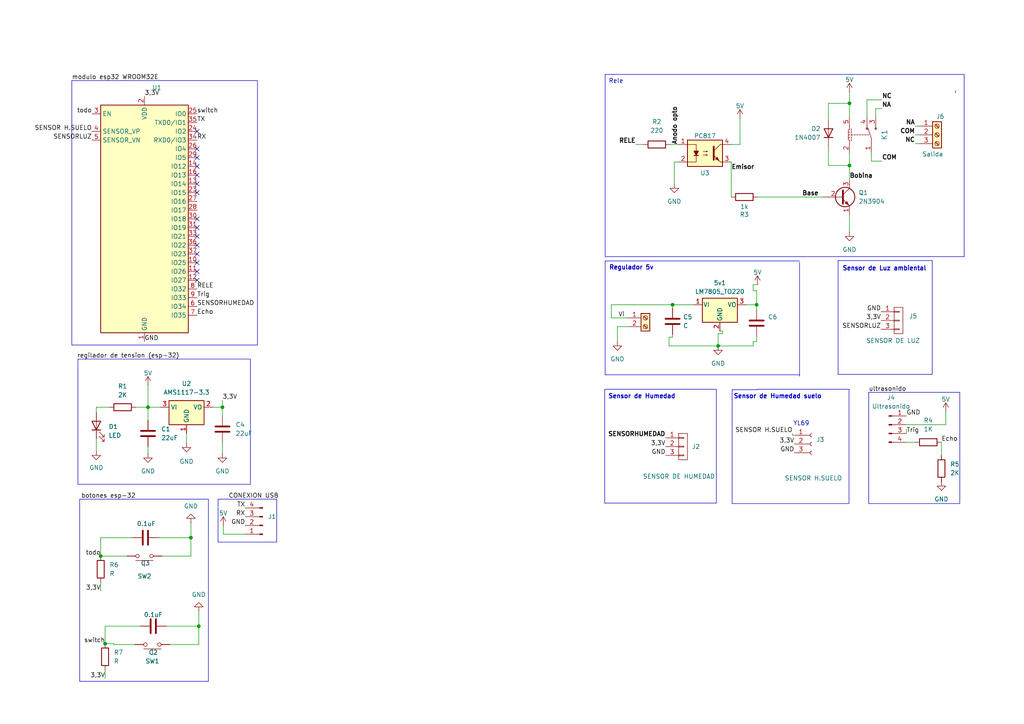
<source format=kicad_sch>
(kicad_sch (version 20231120) (generator "eeschema") (generator_version "8.0")
  (paper "A4")
  (lib_symbols
    (symbol "Connector:Conn_01x03_Socket" (pin_names (offset 1.016) hide)
      (property "Reference" "J" (at 0 5.08 0))
      (property "Value" "Conn_01x03_Socket" (at 0 -5.08 0))
      (symbol "Conn_01x03_Socket_1_1"
        (arc (start 0 -2.032) (mid -0.5058 -2.54) (end 0 -3.048) (stroke (width 0.1524)))
        (polyline (pts (xy -1.27 -2.54) (xy -0.508 -2.54)) (stroke (width 0.1524)))
        (polyline (pts (xy -1.27 0) (xy -0.508 0)) (stroke (width 0.1524)))
        (polyline (pts (xy -1.27 2.54) (xy -0.508 2.54)) (stroke (width 0.1524)))
        (arc (start 0 0.508) (mid -0.5058 0) (end 0 -0.508) (stroke (width 0.1524)))
        (arc (start 0 3.048) (mid -0.5058 2.54) (end 0 2.032) (stroke (width 0.1524)))
        (pin passive line (at -5.08 2.54 0) (length 3.81) (name "Pin_1") (number "1"))
        (pin passive line (at -5.08 0 0) (length 3.81) (name "Pin_2") (number "2"))
        (pin passive line (at -5.08 -2.54 0) (length 3.81) (name "Pin_3") (number "3"))
      )
    )
    (symbol "Connector:Conn_01x04_Pin" (pin_names (offset 1.016) hide)
      (property "Reference" "J" (at 0 5.08 0))
      (property "Value" "Conn_01x04_Pin" (at 0 -7.62 0))
      (symbol "Conn_01x04_Pin_1_1"
        (polyline (pts (xy 1.27 -5.08) (xy 0.8636 -5.08)) (stroke (width 0.1524)))
        (polyline (pts (xy 1.27 -2.54) (xy 0.8636 -2.54)) (stroke (width 0.1524)))
        (polyline (pts (xy 1.27 0) (xy 0.8636 0)) (stroke (width 0.1524)))
        (polyline (pts (xy 1.27 2.54) (xy 0.8636 2.54)) (stroke (width 0.1524)))
        (rectangle (start 0.8636 -4.953) (end 0 -5.207) (stroke (width 0.1524)) (fill (type outline)))
        (rectangle (start 0.8636 -2.413) (end 0 -2.667) (stroke (width 0.1524)) (fill (type outline)))
        (rectangle (start 0.8636 0.127) (end 0 -0.127) (stroke (width 0.1524)) (fill (type outline)))
        (rectangle (start 0.8636 2.667) (end 0 2.413) (stroke (width 0.1524)) (fill (type outline)))
        (pin passive line (at 5.08 2.54 180) (length 3.81) (name "Pin_1") (number "1"))
        (pin passive line (at 5.08 0 180) (length 3.81) (name "Pin_2") (number "2"))
        (pin passive line (at 5.08 -2.54 180) (length 3.81) (name "Pin_3") (number "3"))
        (pin passive line (at 5.08 -5.08 180) (length 3.81) (name "Pin_4") (number "4"))
      )
    )
    (symbol "Connector:Screw_Terminal_01x02" (pin_names (offset 1.016) hide)
      (property "Reference" "J" (at 0 2.54 0))
      (property "Value" "Screw_Terminal_01x02" (at 0 -5.08 0))
      (symbol "Screw_Terminal_01x02_1_1"
        (rectangle (start -1.27 1.27) (end 1.27 -3.81) (stroke (width 0.254)) (fill (type background)))
        (circle (center 0 -2.54) (radius 0.635) (stroke (width 0.1524)))
        (polyline (pts (xy -0.5334 -2.2098) (xy 0.3302 -3.048)) (stroke (width 0.1524)))
        (polyline (pts (xy -0.5334 0.3302) (xy 0.3302 -0.508)) (stroke (width 0.1524)))
        (polyline (pts (xy -0.3556 -2.032) (xy 0.508 -2.8702)) (stroke (width 0.1524)))
        (polyline (pts (xy -0.3556 0.508) (xy 0.508 -0.3302)) (stroke (width 0.1524)))
        (circle (center 0 0) (radius 0.635) (stroke (width 0.1524)))
        (pin passive line (at -5.08 0 0) (length 3.81) (name "Pin_1") (number "1"))
        (pin passive line (at -5.08 -2.54 0) (length 3.81) (name "Pin_2") (number "2"))
      )
    )
    (symbol "Connector:Screw_Terminal_01x03" (pin_names (offset 1.016) hide)
      (property "Reference" "J" (at 0 5.08 0))
      (property "Value" "Screw_Terminal_01x03" (at 0 -5.08 0))
      (symbol "Screw_Terminal_01x03_1_1"
        (rectangle (start -1.27 3.81) (end 1.27 -3.81) (stroke (width 0.254)) (fill (type background)))
        (circle (center 0 -2.54) (radius 0.635) (stroke (width 0.1524)))
        (polyline (pts (xy -0.5334 -2.2098) (xy 0.3302 -3.048)) (stroke (width 0.1524)))
        (polyline (pts (xy -0.5334 0.3302) (xy 0.3302 -0.508)) (stroke (width 0.1524)))
        (polyline (pts (xy -0.5334 2.8702) (xy 0.3302 2.032)) (stroke (width 0.1524)))
        (polyline (pts (xy -0.3556 -2.032) (xy 0.508 -2.8702)) (stroke (width 0.1524)))
        (polyline (pts (xy -0.3556 0.508) (xy 0.508 -0.3302)) (stroke (width 0.1524)))
        (polyline (pts (xy -0.3556 3.048) (xy 0.508 2.2098)) (stroke (width 0.1524)))
        (circle (center 0 0) (radius 0.635) (stroke (width 0.1524)))
        (circle (center 0 2.54) (radius 0.635) (stroke (width 0.1524)))
        (pin passive line (at -5.08 2.54 0) (length 3.81) (name "Pin_1") (number "1"))
        (pin passive line (at -5.08 0 0) (length 3.81) (name "Pin_2") (number "2"))
        (pin passive line (at -5.08 -2.54 0) (length 3.81) (name "Pin_3") (number "3"))
      )
    )
    (symbol "Device:C" (pin_numbers hide) (pin_names (offset 0.254))
      (property "Reference" "C" (at 0.635 2.54 0))
      (property "Value" "C" (at 0.635 -2.54 0))
      (symbol "C_0_1"
        (polyline (pts (xy -2.032 -0.762) (xy 2.032 -0.762)) (stroke (width 0.508)))
        (polyline (pts (xy -2.032 0.762) (xy 2.032 0.762)) (stroke (width 0.508)))
      )
      (symbol "C_1_1"
        (pin passive line (at 0 3.81 270) (length 2.794) (name "~") (number "1"))
        (pin passive line (at 0 -3.81 90) (length 2.794) (name "~") (number "2"))
      )
    )
    (symbol "Device:LED" (pin_numbers hide) (pin_names (offset 1.016) hide)
      (property "Reference" "D" (at 0 2.54 0))
      (property "Value" "LED" (at 0 -2.54 0))
      (symbol "LED_0_1"
        (polyline (pts (xy -1.27 -1.27) (xy -1.27 1.27)) (stroke (width 0.254)))
        (polyline (pts (xy -1.27 0) (xy 1.27 0)))
        (polyline (pts (xy 1.27 -1.27) (xy 1.27 1.27) (xy -1.27 0) (xy 1.27 -1.27)) (stroke (width 0.254)))
        (polyline (pts (xy -3.048 -0.762) (xy -4.572 -2.286) (xy -3.81 -2.286) (xy -4.572 -2.286) (xy -4.572 -1.524)))
        (polyline (pts (xy -1.778 -0.762) (xy -3.302 -2.286) (xy -2.54 -2.286) (xy -3.302 -2.286) (xy -3.302 -1.524)))
      )
      (symbol "LED_1_1"
        (pin passive line (at -3.81 0 0) (length 2.54) (name "K") (number "1"))
        (pin passive line (at 3.81 0 180) (length 2.54) (name "A") (number "2"))
      )
    )
    (symbol "Device:R" (pin_numbers hide) (pin_names (offset 0))
      (property "Reference" "R" (at 2.032 0 90))
      (property "Value" "R" (at 0 0 90))
      (symbol "R_0_1"
        (rectangle (start -1.016 -2.54) (end 1.016 2.54) (stroke (width 0.254)))
      )
      (symbol "R_1_1"
        (pin passive line (at 0 3.81 270) (length 1.27) (name "~") (number "1"))
        (pin passive line (at 0 -3.81 90) (length 1.27) (name "~") (number "2"))
      )
    )
    (symbol "Diode:1N4007" (pin_numbers hide) (pin_names hide)
      (property "Reference" "D" (at 0 2.54 0))
      (property "Value" "1N4007" (at 0 -2.54 0))
      (symbol "1N4007_0_1"
        (polyline (pts (xy -1.27 1.27) (xy -1.27 -1.27)) (stroke (width 0.254)))
        (polyline (pts (xy 1.27 0) (xy -1.27 0)))
        (polyline (pts (xy 1.27 1.27) (xy 1.27 -1.27) (xy -1.27 0) (xy 1.27 1.27)) (stroke (width 0.254)))
      )
      (symbol "1N4007_1_1"
        (pin passive line (at -3.81 0 0) (length 2.54) (name "K") (number "1"))
        (pin passive line (at 3.81 0 180) (length 2.54) (name "A") (number "2"))
      )
    )
    (symbol "EESTN5:CONN_01X03" (pin_names (offset 1.016) hide)
      (property "Reference" "J" (at 0 5.08 0))
      (property "Value" "CONN_01X03" (at 2.54 0 90))
      (symbol "CONN_01X03_0_1"
        (rectangle (start -1.27 -2.413) (end 0.254 -2.667))
        (rectangle (start -1.27 0.127) (end 0.254 -0.127))
        (rectangle (start -1.27 2.667) (end 0.254 2.413))
        (rectangle (start -1.27 3.81) (end 1.27 -3.81))
      )
      (symbol "CONN_01X03_1_1"
        (pin passive line (at -5.08 2.54 0) (length 3.81) (name "P1") (number "1"))
        (pin passive line (at -5.08 0 0) (length 3.81) (name "P2") (number "2"))
        (pin passive line (at -5.08 -2.54 0) (length 3.81) (name "P3") (number "3"))
      )
    )
    (symbol "EESTN5:Conn_01X03" (pin_names (offset 1.016) hide)
      (property "Reference" "J" (at 0 5.08 0))
      (property "Value" "Conn_01X03" (at 0 -5.08 0))
      (symbol "Conn_01X03_0_1"
        (rectangle (start -1.27 -2.413) (end 0.254 -2.667))
        (rectangle (start -1.27 0.127) (end 0.254 -0.127))
        (rectangle (start -1.27 2.667) (end 0.254 2.413))
        (rectangle (start -1.27 3.81) (end 1.27 -3.81))
      )
      (symbol "Conn_01X03_1_1"
        (pin passive line (at -5.08 2.54 0) (length 3.81) (name "P1") (number "1"))
        (pin passive line (at -5.08 0 0) (length 3.81) (name "P2") (number "2"))
        (pin passive line (at -5.08 -2.54 0) (length 3.81) (name "P3") (number "3"))
      )
    )
    (symbol "EESTN5:PC817" (pin_names (offset 1.016))
      (property "Reference" "U" (at -5.08 5.08 0))
      (property "Value" "PC817" (at 0 5.08 0))
      (symbol "PC817_0_1"
        (rectangle (start -5.08 3.81) (end 5.08 -3.81) (stroke (width 0.254)) (fill (type background)))
        (polyline (pts (xy -3.175 -0.635) (xy -1.905 -0.635)) (stroke (width 0.254)))
        (polyline (pts (xy 2.54 0.635) (xy 4.445 2.54)))
        (polyline (pts (xy 4.445 -2.54) (xy 2.54 -0.635)) (fill (type outline)))
        (polyline (pts (xy 4.445 -2.54) (xy 5.08 -2.54)))
        (polyline (pts (xy 4.445 2.54) (xy 5.08 2.54)))
        (polyline (pts (xy -5.08 2.54) (xy -2.54 2.54) (xy -2.54 0.635)))
        (polyline (pts (xy -2.54 -0.635) (xy -2.54 -2.54) (xy -5.08 -2.54)))
        (polyline (pts (xy 2.54 1.905) (xy 2.54 -1.905) (xy 2.54 -1.905)) (stroke (width 0.508)))
        (polyline (pts (xy -2.54 -0.635) (xy -3.175 0.635) (xy -1.905 0.635) (xy -2.54 -0.635)) (stroke (width 0.254)) (fill (type outline)))
        (polyline (pts (xy -0.508 -0.508) (xy 0.762 -0.508) (xy 0.381 -0.635) (xy 0.381 -0.381) (xy 0.762 -0.508)))
        (polyline (pts (xy -0.508 0.508) (xy 0.762 0.508) (xy 0.381 0.381) (xy 0.381 0.635) (xy 0.762 0.508)))
        (polyline (pts (xy 3.048 -1.651) (xy 3.556 -1.143) (xy 4.064 -2.159) (xy 3.048 -1.651) (xy 3.048 -1.651)) (fill (type outline)))
      )
      (symbol "PC817_1_1"
        (pin passive line (at -7.62 2.54 0) (length 2.54) (name "~") (number "1"))
        (pin passive line (at -7.62 -2.54 0) (length 2.54) (name "~") (number "2"))
        (pin passive line (at 7.62 -2.54 180) (length 2.54) (name "~") (number "3"))
        (pin passive line (at 7.62 2.54 180) (length 2.54) (name "~") (number "4"))
      )
    )
    (symbol "EESTN5:RELAY_C" (pin_names (offset 1.016))
      (property "Reference" "K" (at 0 6.35 0))
      (property "Value" "RELAY_C" (at 0 -5.969 0))
      (symbol "RELAY_C_0_1"
        (arc (start -0.762 3.81) (mid -1.143 4.1894) (end -1.524 3.81))
        (polyline (pts (xy -1.778 3.302) (xy -1.27 3.302) (xy -1.27 3.302)))
        (polyline (pts (xy -1.524 -2.54) (xy -2.54 -2.54) (xy -2.54 -2.54)))
        (polyline (pts (xy -1.524 3.81) (xy -2.54 3.81) (xy -2.54 3.81)))
        (polyline (pts (xy -1.016 3.302) (xy -0.508 3.302) (xy -0.508 3.302)))
        (polyline (pts (xy -0.254 3.302) (xy 0.254 3.302) (xy 0.254 3.302)))
        (polyline (pts (xy 0 -1.27) (xy 0 -1.778) (xy 0 -1.778)))
        (polyline (pts (xy 0 -0.508) (xy 0 -1.016) (xy 0 -1.016)))
        (polyline (pts (xy 0 0.254) (xy 0 -0.254) (xy 0 -0.254)))
        (polyline (pts (xy 0 1.016) (xy 0 0.508) (xy 0 0.508)))
        (polyline (pts (xy 0 1.778) (xy 0 1.27) (xy 0 1.27)))
        (polyline (pts (xy 0 2.54) (xy 0 2.032) (xy 0 2.032)))
        (polyline (pts (xy 0 3.302) (xy 0 2.794) (xy 0 2.794)))
        (polyline (pts (xy 0.508 3.302) (xy 1.016 3.302) (xy 1.016 3.302)))
        (polyline (pts (xy 1.27 3.302) (xy 1.778 3.302) (xy 1.778 3.302)))
        (polyline (pts (xy 1.524 3.81) (xy 2.54 3.81) (xy 2.54 3.81)))
        (polyline (pts (xy 2.54 -3.81) (xy 1.778 -3.81) (xy 1.778 -3.81)))
        (polyline (pts (xy 2.54 -1.27) (xy 1.778 -1.27) (xy 1.778 -1.27)))
        (polyline (pts (xy -1.524 -2.54) (xy -1.016 -2.54) (xy 2.032 -1.524) (xy 2.032 -1.524)))
        (arc (start 0 3.81) (mid -0.381 4.1894) (end -0.762 3.81))
        (arc (start 0.762 3.81) (mid 0.381 4.1894) (end 0 3.81))
        (arc (start 1.524 3.81) (mid 1.143 4.1894) (end 0.762 3.81))
        (circle (center 1.778 -3.81) (radius 0.254))
        (circle (center 1.778 -1.27) (radius 0.254))
      )
      (symbol "RELAY_C_1_1"
        (pin passive line (at -5.08 -2.54 0) (length 2.54) (name "~") (number "1"))
        (pin passive line (at -5.08 3.81 0) (length 2.54) (name "~") (number "2"))
        (pin passive line (at 5.08 -3.81 180) (length 2.54) (name "~") (number "3"))
        (pin passive line (at 5.08 -1.27 180) (length 2.54) (name "~") (number "4"))
        (pin passive line (at 5.08 3.81 180) (length 2.54) (name "~") (number "5"))
      )
    )
    (symbol "EESTN5:SW_Push" (pin_numbers hide) (pin_names (offset 1.016) hide)
      (property "Reference" "SW" (at 1.27 2.54 0))
      (symbol "SW_Push_0_1"
        (circle (center -2.032 0) (radius 0.508))
        (polyline (pts (xy 0 1.27) (xy 0 3.048)))
        (polyline (pts (xy 2.54 1.27) (xy -2.54 1.27)))
        (circle (center 2.032 0) (radius 0.508))
        (pin passive line (at -5.08 0 0) (length 2.54) (name "1") (number "1"))
        (pin passive line (at 5.08 0 180) (length 2.54) (name "2") (number "2"))
      )
    )
    (symbol "RF_Module:ESP32-WROOM-32E"
      (property "Reference" "U" (at -12.7 34.29 0))
      (property "Value" "ESP32-WROOM-32E" (at 1.27 34.29 0))
      (symbol "ESP32-WROOM-32E_0_1"
        (rectangle (start -12.7 33.02) (end 12.7 -33.02) (stroke (width 0.254)) (fill (type background)))
      )
      (symbol "ESP32-WROOM-32E_1_1"
        (pin power_in line (at 0 -35.56 90) (length 2.54) (name "GND") (number "1"))
        (pin bidirectional line (at 15.24 -12.7 180) (length 2.54) (name "IO25") (number "10"))
        (pin bidirectional line (at 15.24 -15.24 180) (length 2.54) (name "IO26") (number "11"))
        (pin bidirectional line (at 15.24 -17.78 180) (length 2.54) (name "IO27") (number "12"))
        (pin bidirectional line (at 15.24 10.16 180) (length 2.54) (name "IO14") (number "13"))
        (pin bidirectional line (at 15.24 15.24 180) (length 2.54) (name "IO12") (number "14"))
        (pin passive line (at 0 -35.56 90) (length 2.54) hide (name "GND") (number "15"))
        (pin bidirectional line (at 15.24 12.7 180) (length 2.54) (name "IO13") (number "16"))
        (pin no_connect line (at -12.7 -5.08 0) (length 2.54) hide (name "NC") (number "17"))
        (pin no_connect line (at -12.7 -7.62 0) (length 2.54) hide (name "NC") (number "18"))
        (pin no_connect line (at -12.7 -12.7 0) (length 2.54) hide (name "NC") (number "19"))
        (pin power_in line (at 0 35.56 270) (length 2.54) (name "VDD") (number "2"))
        (pin no_connect line (at -12.7 -10.16 0) (length 2.54) hide (name "NC") (number "20"))
        (pin no_connect line (at -12.7 0 0) (length 2.54) hide (name "NC") (number "21"))
        (pin no_connect line (at -12.7 -2.54 0) (length 2.54) hide (name "NC") (number "22"))
        (pin bidirectional line (at 15.24 7.62 180) (length 2.54) (name "IO15") (number "23"))
        (pin bidirectional line (at 15.24 25.4 180) (length 2.54) (name "IO2") (number "24"))
        (pin bidirectional line (at 15.24 30.48 180) (length 2.54) (name "IO0") (number "25"))
        (pin bidirectional line (at 15.24 20.32 180) (length 2.54) (name "IO4") (number "26"))
        (pin bidirectional line (at 15.24 5.08 180) (length 2.54) (name "IO16") (number "27"))
        (pin bidirectional line (at 15.24 2.54 180) (length 2.54) (name "IO17") (number "28"))
        (pin bidirectional line (at 15.24 17.78 180) (length 2.54) (name "IO5") (number "29"))
        (pin input line (at -15.24 30.48 0) (length 2.54) (name "EN") (number "3"))
        (pin bidirectional line (at 15.24 0 180) (length 2.54) (name "IO18") (number "30"))
        (pin bidirectional line (at 15.24 -2.54 180) (length 2.54) (name "IO19") (number "31"))
        (pin no_connect line (at -12.7 -27.94 0) (length 2.54) hide (name "NC") (number "32"))
        (pin bidirectional line (at 15.24 -5.08 180) (length 2.54) (name "IO21") (number "33"))
        (pin bidirectional line (at 15.24 22.86 180) (length 2.54) (name "RXD0/IO3") (number "34"))
        (pin bidirectional line (at 15.24 27.94 180) (length 2.54) (name "TXD0/IO1") (number "35"))
        (pin bidirectional line (at 15.24 -7.62 180) (length 2.54) (name "IO22") (number "36"))
        (pin bidirectional line (at 15.24 -10.16 180) (length 2.54) (name "IO23") (number "37"))
        (pin passive line (at 0 -35.56 90) (length 2.54) hide (name "GND") (number "38"))
        (pin passive line (at 0 -35.56 90) (length 2.54) hide (name "GND") (number "39"))
        (pin input line (at -15.24 25.4 0) (length 2.54) (name "SENSOR_VP") (number "4"))
        (pin input line (at -15.24 22.86 0) (length 2.54) (name "SENSOR_VN") (number "5"))
        (pin input line (at 15.24 -25.4 180) (length 2.54) (name "IO34") (number "6"))
        (pin input line (at 15.24 -27.94 180) (length 2.54) (name "IO35") (number "7"))
        (pin bidirectional line (at 15.24 -20.32 180) (length 2.54) (name "IO32") (number "8"))
        (pin bidirectional line (at 15.24 -22.86 180) (length 2.54) (name "IO33") (number "9"))
      )
    )
    (symbol "Regulator_Linear:AMS1117-3.3"
      (property "Reference" "U" (at -3.81 3.175 0))
      (property "Value" "AMS1117-3.3" (at 0 3.175 0))
      (symbol "AMS1117-3.3_0_1"
        (rectangle (start -5.08 -5.08) (end 5.08 1.905) (stroke (width 0.254)) (fill (type background)))
      )
      (symbol "AMS1117-3.3_1_1"
        (pin power_in line (at 0 -7.62 90) (length 2.54) (name "GND") (number "1"))
        (pin power_out line (at 7.62 0 180) (length 2.54) (name "VO") (number "2"))
        (pin power_in line (at -7.62 0 0) (length 2.54) (name "VI") (number "3"))
      )
    )
    (symbol "Regulator_Linear:LM7805_TO220" (pin_names (offset 0.254))
      (property "Reference" "U" (at -3.81 3.175 0))
      (property "Value" "LM7805_TO220" (at 0 3.175 0))
      (symbol "LM7805_TO220_0_1"
        (rectangle (start -5.08 1.905) (end 5.08 -5.08) (stroke (width 0.254)) (fill (type background)))
      )
      (symbol "LM7805_TO220_1_1"
        (pin power_in line (at -7.62 0 0) (length 2.54) (name "VI") (number "1"))
        (pin power_in line (at 0 -7.62 90) (length 2.54) (name "GND") (number "2"))
        (pin power_out line (at 7.62 0 180) (length 2.54) (name "VO") (number "3"))
      )
    )
    (symbol "Transistor_BJT:2N3904" (pin_names (offset 0) hide)
      (property "Reference" "Q" (at 5.08 1.905 0))
      (property "Value" "2N3904" (at 5.08 0 0))
      (symbol "2N3904_0_1"
        (polyline (pts (xy 0.635 0.635) (xy 2.54 2.54)))
        (polyline (pts (xy 0.635 -0.635) (xy 2.54 -2.54) (xy 2.54 -2.54)))
        (polyline (pts (xy 0.635 1.905) (xy 0.635 -1.905) (xy 0.635 -1.905)) (stroke (width 0.508)))
        (polyline (pts (xy 1.27 -1.778) (xy 1.778 -1.27) (xy 2.286 -2.286) (xy 1.27 -1.778) (xy 1.27 -1.778)) (fill (type outline)))
        (circle (center 1.27 0) (radius 2.8194) (stroke (width 0.254)))
      )
      (symbol "2N3904_1_1"
        (pin passive line (at 2.54 -5.08 90) (length 2.54) (name "E") (number "1"))
        (pin passive line (at -5.08 0 0) (length 5.715) (name "B") (number "2"))
        (pin passive line (at 2.54 5.08 270) (length 2.54) (name "C") (number "3"))
      )
    )
    (symbol "power:+3.3V" (power) (pin_numbers hide) (pin_names (offset 0) hide)
      (property "Value" "+3.3V" (at 0 3.556 0))
      (symbol "+3.3V_0_1"
        (polyline (pts (xy -0.762 1.27) (xy 0 2.54)))
        (polyline (pts (xy 0 0) (xy 0 2.54)))
        (polyline (pts (xy 0 2.54) (xy 0.762 1.27)))
      )
      (symbol "+3.3V_1_1"
        (pin power_in line (at 0 0 90) (length 0) (name "~") (number "1"))
      )
    )
    (symbol "power:GND" (power) (pin_numbers hide) (pin_names (offset 0) hide)
      (property "Value" "GND" (at 0 -3.81 0))
      (symbol "GND_0_1"
        (polyline (pts (xy 0 0) (xy 0 -1.27) (xy 1.27 -1.27) (xy 0 -2.54) (xy -1.27 -1.27) (xy 0 -1.27)))
      )
      (symbol "GND_1_1"
        (pin power_in line (at 0 0 270) (length 0) (name "~") (number "1"))
      )
    )
  )
  (junction (at 246.38 48.006))
  (junction (at 246.38 29.972))
  (junction (at 208.28 100.33))
  (junction (at 29.21 161.29))
  (junction (at 57.658 181.61))
  (junction (at 55.372 155.956))
  (junction (at 64.516 118.11))
  (junction (at 195.072 88.392))
  (junction (at 219.456 88.392))
  (junction (at 30.48 186.69))
  (junction (at 42.926 118.11))
  (no_connect (at 57.15 63.5))
  (no_connect (at 57.15 45.72))
  (no_connect (at 57.15 76.2))
  (no_connect (at 57.15 55.88))
  (no_connect (at 57.15 48.26))
  (no_connect (at 57.15 73.66))
  (no_connect (at 57.15 43.18))
  (no_connect (at 57.15 81.28))
  (no_connect (at 57.15 71.12))
  (no_connect (at 57.15 50.8))
  (no_connect (at 57.15 68.58))
  (no_connect (at 57.15 53.34))
  (no_connect (at 57.15 66.04))
  (no_connect (at 57.15 78.74))
  (no_connect (at 57.15 38.1))
  (wire (pts (xy 274.32 123.19) (xy 274.32 119.38)))
  (polyline (pts (xy 279.654 74.422) (xy 175.514 74.422)))
  (wire (pts (xy 246.38 26.67) (xy 246.38 29.972)))
  (wire (pts (xy 194.31 41.91) (xy 196.85 41.91)))
  (wire (pts (xy 208.28 96.774) (xy 208.28 100.33)))
  (polyline (pts (xy 212.344 146.05) (xy 212.344 113.03)))
  (polyline (pts (xy 175.387 112.903) (xy 207.772 112.903)))
  (wire (pts (xy 42.926 111.76) (xy 42.926 118.11)))
  (wire (pts (xy 246.38 29.972) (xy 246.38 34.036)))
  (polyline (pts (xy 212.344 113.03) (xy 219.583 113.03)))
  (wire (pts (xy 254 31.496) (xy 255.778 31.496)))
  (wire (pts (xy 33.02 186.69) (xy 30.48 186.69)))
  (wire (pts (xy 262.89 123.19) (xy 274.32 123.19)))
  (wire (pts (xy 29.21 171.45) (xy 29.21 168.91)))
  (wire (pts (xy 64.516 118.11) (xy 64.516 120.65)))
  (wire (pts (xy 179.07 94.742) (xy 182.118 94.742)))
  (wire (pts (xy 240.284 29.972) (xy 246.38 29.972)))
  (wire (pts (xy 57.658 181.61) (xy 57.658 177.292)))
  (wire (pts (xy 54.102 125.73) (xy 54.102 128.524)))
  (wire (pts (xy 29.21 161.29) (xy 29.21 155.956)))
  (polyline (pts (xy 207.772 145.923) (xy 175.387 145.923)))
  (wire (pts (xy 27.94 118.11) (xy 27.94 119.634)))
  (polyline (pts (xy 219.583 112.903) (xy 246.253 112.903)))
  (wire (pts (xy 254 34.036) (xy 254 31.496)))
  (wire (pts (xy 184.404 41.91) (xy 186.69 41.91)))
  (wire (pts (xy 30.48 181.61) (xy 40.64 181.61)))
  (wire (pts (xy 218.44 99.06) (xy 218.44 100.33)))
  (wire (pts (xy 214.63 34.29) (xy 214.63 41.91)))
  (wire (pts (xy 218.44 99.06) (xy 219.456 99.06)))
  (wire (pts (xy 208.28 100.33) (xy 218.44 100.33)))
  (wire (pts (xy 55.372 155.956) (xy 55.372 151.638)))
  (wire (pts (xy 27.94 127.254) (xy 27.94 130.81)))
  (wire (pts (xy 33.02 186.69) (xy 33.02 186.944)))
  (wire (pts (xy 212.09 46.99) (xy 212.09 57.15)))
  (polyline (pts (xy 246.253 146.05) (xy 212.344 146.05)))
  (wire (pts (xy 219.456 88.392) (xy 219.456 89.916)))
  (polyline (pts (xy 231.902 108.712) (xy 175.514 108.712)))
  (wire (pts (xy 209.55 96.774) (xy 209.55 96.012)))
  (wire (pts (xy 195.58 46.99) (xy 195.58 53.34)))
  (wire (pts (xy 240.284 42.418) (xy 240.284 48.006)))
  (polyline (pts (xy 231.902 76.073) (xy 231.902 109.093)))
  (wire (pts (xy 64.77 154.94) (xy 64.77 152.4)))
  (wire (pts (xy 36.83 161.29) (xy 29.21 161.29)))
  (wire (pts (xy 31.75 118.11) (xy 27.94 118.11)))
  (wire (pts (xy 49.276 186.944) (xy 57.658 186.944)))
  (wire (pts (xy 177.292 88.392) (xy 195.072 88.392)))
  (wire (pts (xy 61.722 118.11) (xy 64.516 118.11)))
  (wire (pts (xy 30.48 186.69) (xy 30.48 181.61)))
  (wire (pts (xy 240.284 34.798) (xy 240.284 29.972)))
  (polyline (pts (xy 270.383 75.565) (xy 270.383 108.585)))
  (wire (pts (xy 219.456 84.328) (xy 219.456 88.392)))
  (wire (pts (xy 39.37 118.11) (xy 42.926 118.11)))
  (wire (pts (xy 229.87 126.238) (xy 230.378 126.238)))
  (wire (pts (xy 194.056 97.79) (xy 195.072 97.79)))
  (wire (pts (xy 262.89 128.27) (xy 265.43 128.27)))
  (wire (pts (xy 195.072 88.392) (xy 201.168 88.392)))
  (wire (pts (xy 33.02 186.944) (xy 39.116 186.944)))
  (wire (pts (xy 265.43 36.576) (xy 266.7 36.576)))
  (polyline (pts (xy 207.772 112.903) (xy 207.772 145.923)))
  (wire (pts (xy 219.456 99.06) (xy 219.456 97.536)))
  (polyline (pts (xy 175.514 75.692) (xy 175.514 108.712)))
  (wire (pts (xy 219.71 57.15) (xy 238.76 57.15)))
  (wire (pts (xy 64.516 128.27) (xy 64.516 131.572)))
  (wire (pts (xy 251.46 34.036) (xy 251.46 28.956)))
  (polyline (pts (xy 243.078 108.585) (xy 243.078 75.565)))
  (polyline (pts (xy 175.514 21.59) (xy 181.864 21.59)))
  (wire (pts (xy 262.89 124.46) (xy 262.89 125.73)))
  (wire (pts (xy 219.71 82.55) (xy 218.44 82.55)))
  (wire (pts (xy 265.43 39.116) (xy 266.7 39.116)))
  (polyline (pts (xy 175.514 75.692) (xy 231.902 75.692)))
  (wire (pts (xy 55.372 155.956) (xy 45.974 155.956)))
  (wire (pts (xy 64.516 116.078) (xy 64.516 118.11)))
  (polyline (pts (xy 279.654 21.59) (xy 279.654 74.422)))
  (wire (pts (xy 42.926 118.11) (xy 42.926 121.92)))
  (wire (pts (xy 218.44 82.55) (xy 218.44 84.328)))
  (wire (pts (xy 255.778 46.736) (xy 252.73 46.736)))
  (polyline (pts (xy 175.387 112.903) (xy 175.387 145.923)))
  (wire (pts (xy 177.292 92.202) (xy 177.292 88.392)))
  (wire (pts (xy 194.056 97.79) (xy 194.056 100.33)))
  (wire (pts (xy 246.38 52.07) (xy 246.38 48.006)))
  (polyline (pts (xy 277.114 26.289) (xy 277.114 26.924)) (stroke (width 0) (type dash_dot)))
  (wire (pts (xy 42.926 129.54) (xy 42.926 131.572)))
  (polyline (pts (xy 243.078 75.565) (xy 270.383 75.565)))
  (polyline (pts (xy 175.514 74.422) (xy 175.514 21.59)))
  (wire (pts (xy 216.408 88.392) (xy 219.456 88.392)))
  (polyline (pts (xy 246.253 112.903) (xy 246.253 145.923)))
  (polyline (pts (xy 181.864 21.59) (xy 279.654 21.59)))
  (wire (pts (xy 240.284 48.006) (xy 246.38 48.006)))
  (wire (pts (xy 42.926 118.11) (xy 46.482 118.11)))
  (wire (pts (xy 208.28 96.774) (xy 209.55 96.774)))
  (wire (pts (xy 55.372 161.29) (xy 55.372 155.956)))
  (wire (pts (xy 246.38 62.23) (xy 246.38 67.31)))
  (wire (pts (xy 57.658 181.61) (xy 48.26 181.61)))
  (wire (pts (xy 195.072 88.392) (xy 195.072 89.408)))
  (wire (pts (xy 71.12 154.94) (xy 64.77 154.94)))
  (wire (pts (xy 265.43 41.656) (xy 266.7 41.656)))
  (polyline (pts (xy 270.383 108.585) (xy 243.078 108.585)))
  (wire (pts (xy 29.21 155.956) (xy 38.354 155.956)))
  (wire (pts (xy 252.73 46.736) (xy 252.73 44.196)))
  (wire (pts (xy 214.63 41.91) (xy 212.09 41.91)))
  (wire (pts (xy 194.056 100.33) (xy 208.28 100.33)))
  (wire (pts (xy 182.118 92.202) (xy 177.292 92.202)))
  (wire (pts (xy 196.85 46.99) (xy 195.58 46.99)))
  (wire (pts (xy 46.99 161.29) (xy 55.372 161.29)))
  (wire (pts (xy 30.48 196.85) (xy 30.48 194.31)))
  (wire (pts (xy 229.87 125.73) (xy 229.87 126.238)))
  (wire (pts (xy 195.072 97.79) (xy 195.072 97.028)))
  (wire (pts (xy 251.46 28.956) (xy 255.778 28.956)))
  (wire (pts (xy 218.44 84.328) (xy 219.456 84.328)))
  (wire (pts (xy 273.05 128.27) (xy 273.05 132.08)))
  (wire (pts (xy 57.658 186.944) (xy 57.658 181.61)))
  (wire (pts (xy 179.07 99.06) (xy 179.07 94.742)))
  (wire (pts (xy 246.38 48.006) (xy 246.38 44.196)))
  (wire (pts (xy 209.55 96.012) (xy 208.788 96.012)))
  (rectangle (start 63.246 144.78) (end 80.264 157.226))
  (rectangle (start 20.828 23.368) (end 74.676 100.076))
  (rectangle (start 23.114 144.78) (end 60.452 197.612))
  (rectangle (start 22.606 104.14) (end 72.644 140.462))
  (rectangle (start 251.968 113.792) (end 278.384 146.05))
  (text "YL69\n\n" (at 232.41 123.952 0) (effects (font (size 1.27 1.27))))
  (text "Rele\n" (at 176.53 24.384 0) (effects (font (size 1.27 1.27)) (justify left bottom)))
  (text "Sensor de Humedad suelo\n" (at 225.552 115.062 0) (effects (font (size 1.27 1.27) (thickness 0.254) (bold yes))))
  (text "Sensor de Luz ambiental\n" (at 256.54 77.978 0) (effects (font (size 1.27 1.27) (thickness 0.254) (bold yes))))
  (text "Regulador 5v\n" (at 183.134 77.724 0) (effects (font (size 1.27 1.27) (thickness 0.254) (bold yes))))
  (text "Sensor de Humedad" (at 186.182 115.062 0) (effects (font (size 1.27 1.27) (thickness 0.254) (bold yes))))
  (label "Trig" (at 262.89 125.73 0))
  (label "3,3V" (at 30.48 196.85 180))
  (label "COM" (at 255.778 46.736 0) (effects (font (bold yes))))
  (label "Emisor" (at 212.09 49.53 0) (effects (font (bold yes))))
  (label "Bobina" (at 246.38 52.07 0) (effects (font (bold yes))))
  (label "GND" (at 71.12 152.4 180))
  (label "3,3V" (at 193.04 129.54 180))
  (label "SENSORHUMEDAD" (at 57.15 88.9 0))
  (label "3,3V" (at 255.524 92.964 180))
  (label "NC" (at 255.778 28.956 0) (effects (font (bold yes))))
  (label "GND" (at 230.378 131.318 180))
  (label "modulo esp32 WROOM32E" (at 20.828 23.368 0))
  (label "botones esp-32" (at 39.37 144.78 180))
  (label "SENSORLUZ" (at 255.524 95.504 180))
  (label "GND" (at 255.524 90.424 180))
  (label "CONEXION USB" (at 66.294 144.78 0))
  (label "3,3V" (at 64.516 116.078 0))
  (label "NC" (at 265.43 41.656 180) (effects (font (bold yes))))
  (label "NA" (at 255.778 31.496 0) (effects (font (bold yes))))
  (label "NA" (at 265.43 36.576 180) (effects (font (bold yes))))
  (label "SENSORHUMEDAD" (at 193.04 127 180) (effects (font (bold yes))))
  (label "SENSORLUZ" (at 26.67 40.64 180))
  (label "switch" (at 30.48 186.69 180))
  (label "RELE" (at 184.404 41.91 180) (effects (font (bold yes))))
  (label "Vi" (at 179.324 92.202 0))
  (label "todo" (at 26.67 33.02 180))
  (label "GND" (at 262.89 120.65 0))
  (label "RX" (at 57.15 40.64 0))
  (label "ultrasonido" (at 251.968 113.792 0))
  (label "3,3V" (at 41.91 27.94 0))
  (label "Anodo opto" (at 196.85 41.91 90) (effects (font (bold yes))))
  (label "3,3V" (at 29.21 171.45 180))
  (label "Echo" (at 57.15 91.44 0))
  (label "RELE" (at 57.15 83.82 0))
  (label "TX" (at 57.15 35.56 0))
  (label "Echo" (at 273.05 128.27 0))
  (label "switch" (at 57.15 33.02 0))
  (label "TX" (at 71.12 147.32 180))
  (label "todo" (at 29.21 161.29 180))
  (label "GND" (at 193.04 132.08 180))
  (label "3,3V" (at 230.378 128.778 180))
  (label "GND" (at 41.91 99.06 0))
  (label "Trig" (at 57.15 86.36 0))
  (label "COM" (at 265.43 39.116 180) (effects (font (bold yes))))
  (label "SENSOR H.SUELO" (at 26.67 38.1 180))
  (label "RX" (at 71.12 149.86 180))
  (label "regilador de tension (esp-32)" (at 22.352 104.14 0))
  (label "SENSOR H.SUELO" (at 229.87 125.73 180))
  (label "Base" (at 237.49 57.15 180) (effects (font (bold yes))))
  (symbol (lib_id "Device:R") (at 190.5 41.91 90) (unit 1)
    (property "Reference" "R2" (at 190.5 35.306 90))
    (property "Value" "220" (at 190.5 37.846 90))
    (property "Footprint" "Resistor_SMD:R_1210_3225Metric_Pad1.30x2.65mm_HandSolder" (effects (hide yes)))
  )
  (symbol (lib_id "EESTN5:CONN_01X03") (at 260.604 92.964 0) (unit 1)
    (property "Reference" "J5" (at 263.652 91.6939 0) (effects (justify left)))
    (property "Value" "SENSOR DE LUZ" (at 251.206 98.806 0) (effects (justify left)))
    (property "Footprint" "EESTN5:Pin_Strip_3" (effects (hide yes)))
    (property "Description" "Connector, single row, 01x03, pin header" (effects (hide yes)))
  )
  (symbol (lib_id "power:GND") (at 179.07 99.06 0) (unit 1)
    (property "Reference" "#PWR09" (effects (hide yes)))
    (property "Value" "GND" (at 179.07 104.14 0))
    (property "Description" "Power symbol creates a global label with name \"GND\" , ground" (effects (hide yes)))
  )
  (symbol (lib_id "Device:C") (at 195.072 93.218 0) (unit 1)
    (property "Reference" "C5" (at 198.12 91.9479 0) (effects (justify left)))
    (property "Value" "C" (at 198.12 94.4879 0) (effects (justify left)))
    (property "Footprint" "EESTN5:CAP_ELEC_8x11.5mm" (effects (hide yes)))
    (property "Description" "Unpolarized capacitor" (effects (hide yes)))
  )
  (symbol (lib_id "Transistor_BJT:2N3904") (at 243.84 57.15 0) (unit 1)
    (property "Reference" "Q1" (at 249.0216 55.88 0) (effects (justify left)))
    (property "Value" "2N3904" (at 249.0216 58.42 0) (effects (justify left)))
    (property "Footprint" "Package_TO_SOT_SMD:SOT-23_Handsoldering" (effects (hide yes)))
    (property "Datasheet" "https://www.onsemi.com/pub/Collateral/2N3903-D.PDF" (effects (hide yes)))
  )
  (symbol (lib_id "Connector:Conn_01x04_Pin") (at 76.2 152.4 180) (unit 1)
    (property "Reference" "J1" (at 77.724 149.8599 0) (effects (justify right)))
    (property "Value" "Conn_01x04_Pin" (effects (hide yes)))
    (property "Footprint" "Connector_PinSocket_2.54mm:PinSocket_1x04_P2.54mm_Vertical" (effects (hide yes)))
    (property "Description" "Generic connector, single row, 01x04, script generated" (effects (hide yes)))
  )
  (symbol (lib_id "Device:C") (at 64.516 124.46 0) (unit 1)
    (property "Reference" "C4" (at 68.326 123.1899 0) (effects (justify left)))
    (property "Value" "22uF" (at 68.326 125.7299 0) (effects (justify left)))
    (property "Footprint" "EESTN5:CAP_ELEC_5x11mm" (effects (hide yes)))
    (property "Description" "Unpolarized capacitor" (effects (hide yes)))
  )
  (symbol (lib_id "power:+3.3V") (at 64.77 152.4 0) (unit 1)
    (property "Reference" "#PWR08" (effects (hide yes)))
    (property "Value" "5V" (at 63.5 148.844 0) (effects (justify left)))
    (property "Description" "Power symbol creates a global label with name \"+3.3V\"" (effects (hide yes)))
  )
  (symbol (lib_id "power:GND") (at 54.102 128.524 0) (unit 1)
    (property "Reference" "#PWR04" (effects (hide yes)))
    (property "Value" "GND" (at 54.102 133.858 0))
    (property "Description" "Power symbol creates a global label with name \"GND\" , ground" (effects (hide yes)))
  )
  (symbol (lib_id "power:+3.3V") (at 42.926 111.76 0) (unit 1)
    (property "Reference" "#PWR02" (effects (hide yes)))
    (property "Value" "5V" (at 41.656 108.204 0) (effects (justify left)))
    (property "Description" "Power symbol creates a global label with name \"+3.3V\"" (effects (hide yes)))
  )
  (symbol (lib_id "power:GND") (at 64.516 131.572 0) (unit 1)
    (property "Reference" "#PWR07" (effects (hide yes)))
    (property "Value" "GND" (at 64.516 136.652 0))
    (property "Description" "Power symbol creates a global label with name \"GND\" , ground" (effects (hide yes)))
  )
  (symbol (lib_id "Device:C") (at 42.164 155.956 270) (unit 1)
    (property "Reference" "C3" (at 42.164 163.322 90))
    (property "Value" "0.1uF" (at 42.418 151.892 90))
    (property "Footprint" "Capacitor_SMD:C_1206_3216Metric_Pad1.33x1.80mm_HandSolder" (effects (hide yes)))
    (property "Description" "Unpolarized capacitor" (effects (hide yes)))
  )
  (symbol (lib_id "Connector:Conn_01x03_Socket") (at 235.458 128.778 0) (unit 1)
    (property "Reference" "J3" (at 236.728 127.5079 0) (effects (justify left)))
    (property "Value" "SENSOR H.SUELO" (at 227.584 138.684 0) (effects (justify left)))
    (property "Footprint" "EESTN5:Pin_Strip_3" (effects (hide yes)))
    (property "Description" "Generic connector, single row, 01x03, script generated" (effects (hide yes)))
  )
  (symbol (lib_id "power:+3.3V") (at 274.32 119.38 0) (unit 1)
    (property "Reference" "#PWR017" (effects (hide yes)))
    (property "Value" "5V" (at 273.05 115.824 0) (effects (justify left)))
    (property "Description" "Power symbol creates a global label with name \"+3.3V\"" (effects (hide yes)))
  )
  (symbol (lib_id "Device:R") (at 30.48 190.5 180) (unit 1)
    (property "Reference" "R7" (at 33.02 189.2299 0) (effects (justify right)))
    (property "Value" "R" (at 33.02 191.7699 0) (effects (justify right)))
    (property "Footprint" "Resistor_SMD:R_1206_3216Metric_Pad1.30x1.75mm_HandSolder" (effects (hide yes)))
    (property "Description" "Resistor" (effects (hide yes)))
  )
  (symbol (lib_id "power:GND") (at 246.38 67.31 0) (unit 1)
    (property "Reference" "#PWR015" (effects (hide yes)))
    (property "Value" "GND" (at 246.38 72.39 0))
    (property "Description" "Power symbol creates a global label with name \"GND\" , ground" (effects (hide yes)))
  )
  (symbol (lib_id "Device:C") (at 44.45 181.61 270) (unit 1)
    (property "Reference" "C2" (at 44.45 189.23 90))
    (property "Value" "0.1uF" (at 44.45 178.308 90))
    (property "Footprint" "Capacitor_SMD:C_1206_3216Metric_Pad1.33x1.80mm_HandSolder" (effects (hide yes)))
    (property "Description" "Unpolarized capacitor" (effects (hide yes)))
  )
  (symbol (lib_id "power:GND") (at 27.94 130.81 0) (unit 1)
    (property "Reference" "#PWR01" (effects (hide yes)))
    (property "Value" "GND" (at 27.94 135.636 0))
    (property "Description" "Power symbol creates a global label with name \"GND\" , ground" (effects (hide yes)))
  )
  (symbol (lib_id "Device:C") (at 219.456 93.726 0) (unit 1)
    (property "Reference" "C6" (at 222.758 91.948 0) (effects (justify left)))
    (property "Value" "C" (effects (hide yes)))
    (property "Footprint" "EESTN5:CAP_ELEC_8x11.5mm" (effects (hide yes)))
    (property "Description" "Unpolarized capacitor" (effects (hide yes)))
  )
  (symbol (lib_id "power:GND") (at 273.05 139.7 0) (unit 1)
    (property "Reference" "#PWR016" (effects (hide yes)))
    (property "Value" "GND" (at 273.05 144.78 0))
    (property "Description" "Power symbol creates a global label with name \"GND\" , ground" (effects (hide yes)))
  )
  (symbol (lib_id "Diode:1N4007") (at 240.284 38.608 270) (mirror x) (unit 1)
    (property "Reference" "D2" (at 237.998 37.3379 90) (effects (justify right)))
    (property "Value" "1N4007" (at 237.998 39.8779 90) (effects (justify right)))
    (property "Footprint" "Diode_THT:D_DO-41_SOD81_P10.16mm_Horizontal" (effects (hide yes)))
    (property "Datasheet" "http://www.vishay.com/docs/88503/1n4001.pdf" (effects (hide yes)))
    (property "Description" "1000V 1A General Purpose Rectifier Diode, DO-41" (effects (hide yes)))
    (property "Sim.Device" "D" (effects (hide yes)))
    (property "Sim.Pins" "1=K 2=A" (effects (hide yes)))
  )
  (symbol (lib_id "Device:C") (at 42.926 125.73 0) (unit 1)
    (property "Reference" "C1" (at 46.736 124.4599 0) (effects (justify left)))
    (property "Value" "22uF" (at 46.736 126.9999 0) (effects (justify left)))
    (property "Footprint" "EESTN5:CAP_ELEC_5x11mm" (effects (hide yes)))
    (property "Description" "Unpolarized capacitor" (effects (hide yes)))
  )
  (symbol (lib_id "RF_Module:ESP32-WROOM-32E") (at 41.91 63.5 0) (unit 1)
    (property "Reference" "U1" (at 44.1041 25.4 0) (effects (justify left)))
    (property "Value" "ESP32-WROOM-32E" (effects (hide yes)))
    (property "Footprint" "HandSoldering:ESP32-WROOM-32D-HANDSOLDERING" (effects (hide yes)))
    (property "Datasheet" "https://www.espressif.com/sites/default/files/documentation/esp32-wroom-32e_esp32-wroom-32ue_datasheet_en.pdf" (effects (hide yes)))
    (property "Description" "RF Module, ESP32-D0WD-V3 SoC, without PSRAM, Wi-Fi 802.11b/g/n, Bluetooth, BLE, 32-bit, 2.7-3.6V, onboard antenna, SMD" (effects (hide yes)))
  )
  (symbol (lib_id "Connector:Conn_01x04_Pin") (at 257.81 123.19 0) (unit 1)
    (property "Reference" "J4" (at 258.445 115.316 0))
    (property "Value" "Ultrasonido" (at 258.445 117.856 0))
    (property "Footprint" "Connector_PinSocket_2.54mm:PinSocket_1x04_P2.54mm_Vertical" (effects (hide yes)))
    (property "Description" "Generic connector, single row, 01x04, script generated" (effects (hide yes)))
  )
  (symbol (lib_id "Regulator_Linear:AMS1117-3.3") (at 54.102 118.11 0) (unit 1)
    (property "Reference" "U2" (at 54.102 111.252 0))
    (property "Value" "AMS1117-3.3" (at 54.102 113.792 0))
    (property "Footprint" "Package_TO_SOT_SMD:SOT-223-3_TabPin2" (effects (hide yes)))
    (property "Datasheet" "http://www.advanced-monolithic.com/pdf/ds1117.pdf" (effects (hide yes)))
    (property "Description" "1A Low Dropout regulator, positive, 3.3V fixed output, SOT-223" (effects (hide yes)))
  )
  (symbol (lib_id "Connector:Screw_Terminal_01x03") (at 271.78 39.116 0) (unit 1)
    (property "Reference" "J6" (at 271.526 33.782 0) (effects (justify left)))
    (property "Value" "Salida" (at 267.462 44.704 0) (effects (justify left)))
    (property "Footprint" "EESTN5:BORNERA3_AZUL" (effects (hide yes)))
  )
  (symbol (lib_id "power:+3.3V") (at 214.63 34.29 0) (unit 1)
    (property "Reference" "#PWR012" (effects (hide yes)))
    (property "Value" "5V" (at 213.36 30.734 0) (effects (justify left)))
    (property "Description" "Power symbol creates a global label with name \"+3.3V\"" (effects (hide yes)))
  )
  (symbol (lib_id "EESTN5:SW_Push") (at 44.196 186.944 180) (unit 1)
    (property "Reference" "SW1" (at 44.196 191.77 0))
    (property "Value" "SW_Push" (effects (hide yes)))
    (property "Footprint" "Button_Switch_SMD:SW_SPST_B3U-1000P-B" (effects (hide yes)))
    (property "Description" "Push button switch, generic, two pins" (effects (hide yes)))
  )
  (symbol (lib_id "power:GND") (at 55.372 151.638 180) (unit 1)
    (property "Reference" "#PWR06" (effects (hide yes)))
    (property "Value" "GND" (at 55.372 146.812 0))
    (property "Description" "Power symbol creates a global label with name \"GND\" , ground" (effects (hide yes)))
  )
  (symbol (lib_id "Device:R") (at 215.9 57.15 270) (unit 1)
    (property "Reference" "R3" (at 215.9 62.23 90))
    (property "Value" "1k" (at 215.9 59.944 90))
    (property "Footprint" "Resistor_SMD:R_1210_3225Metric_Pad1.30x2.65mm_HandSolder" (effects (hide yes)))
  )
  (symbol (lib_id "EESTN5:RELAY_C") (at 250.19 39.116 90) (unit 1)
    (property "Reference" "K1" (at 256.54 39.116 0) (effects (font (size 1.524 1.524))))
    (property "Value" "RELAY_C" (effects (hide yes)))
    (property "Footprint" "EESTN5:Relay_C" (effects (hide yes)))
  )
  (symbol (lib_id "Device:R") (at 35.56 118.11 90) (unit 1)
    (property "Reference" "R1" (at 35.56 112.014 90))
    (property "Value" "2K" (at 35.56 114.554 90))
    (property "Footprint" "Resistor_SMD:R_1206_3216Metric_Pad1.30x1.75mm_HandSolder" (effects (hide yes)))
    (property "Description" "Resistor" (effects (hide yes)))
  )
  (symbol (lib_id "Device:R") (at 29.21 165.1 180) (unit 1)
    (property "Reference" "R6" (at 31.75 163.8299 0) (effects (justify right)))
    (property "Value" "R" (at 31.75 166.3699 0) (effects (justify right)))
    (property "Footprint" "Resistor_SMD:R_1206_3216Metric_Pad1.30x1.75mm_HandSolder" (effects (hide yes)))
    (property "Description" "Resistor" (effects (hide yes)))
  )
  (symbol (lib_id "EESTN5:PC817") (at 204.47 44.45 0) (unit 1)
    (property "Reference" "U3" (at 204.47 50.165 0))
    (property "Value" "PC817" (at 204.47 39.4208 0))
    (property "Footprint" "Package_DIP:DIP-4_W7.62mm" (effects (hide yes)))
    (property "Datasheet" "http://www.soselectronic.cz/a_info/resource/d/pc817.pdf" (effects (hide yes)))
  )
  (symbol (lib_id "Connector:Screw_Terminal_01x02") (at 187.198 92.202 0) (unit 1)
    (property "Reference" "bornera1" (effects (hide yes)))
    (property "Value" "bornera" (effects (hide yes)))
    (property "Footprint" "EESTN5:BORNERA2_AZUL" (effects (hide yes)))
    (property "Description" "Generic screw terminal, single row, 01x02, script generated (kicad-library-utils/schlib/autogen/connector/)" (effects (hide yes)))
  )
  (symbol (lib_id "EESTN5:Conn_01X03") (at 198.12 129.54 0) (unit 1)
    (property "Reference" "J2" (at 200.66 129.5399 0) (effects (justify left)))
    (property "Value" "SENSOR DE HUMEDAD" (at 186.436 138.176 0) (effects (justify left)))
    (property "Footprint" "EESTN5:Pin_Strip_3" (effects (hide yes)))
    (property "Description" "Connector, single row, 01x03, pin header" (effects (hide yes)))
  )
  (symbol (lib_id "Device:R") (at 269.24 128.27 90) (unit 1)
    (property "Reference" "R4" (at 269.24 121.92 90))
    (property "Value" "1K" (at 269.24 124.46 90))
    (property "Footprint" "Resistor_SMD:R_1206_3216Metric_Pad1.30x1.75mm_HandSolder" (effects (hide yes)))
    (property "Description" "Resistor" (effects (hide yes)))
  )
  (symbol (lib_id "power:GND") (at 57.658 177.292 180) (unit 1)
    (property "Reference" "#PWR05" (effects (hide yes)))
    (property "Value" "GND" (at 57.658 172.466 0))
    (property "Description" "Power symbol creates a global label with name \"GND\" , ground" (effects (hide yes)))
  )
  (symbol (lib_id "power:GND") (at 42.926 131.572 0) (unit 1)
    (property "Reference" "#PWR03" (effects (hide yes)))
    (property "Value" "GND" (at 42.926 136.652 0))
    (property "Description" "Power symbol creates a global label with name \"GND\" , ground" (effects (hide yes)))
  )
  (symbol (lib_id "Device:R") (at 273.05 135.89 0) (unit 1)
    (property "Reference" "R5" (at 275.59 134.6199 0) (effects (justify left)))
    (property "Value" "2K" (at 275.59 137.1599 0) (effects (justify left)))
    (property "Footprint" "Resistor_SMD:R_1206_3216Metric_Pad1.30x1.75mm_HandSolder" (effects (hide yes)))
    (property "Description" "Resistor" (effects (hide yes)))
  )
  (symbol (lib_id "Regulator_Linear:LM7805_TO220") (at 208.788 88.392 0) (unit 1)
    (property "Reference" "5v1" (at 208.788 82.042 0))
    (property "Value" "LM7805_TO220" (at 208.788 84.582 0))
    (property "Footprint" "Package_TO_SOT_SMD:TO-263-3_TabPin2" (effects (hide yes)))
    (property "Datasheet" "https://www.onsemi.cn/PowerSolutions/document/MC7800-D.PDF" (effects (hide yes)))
    (property "Description" "Positive 1A 35V Linear Regulator, Fixed Output 5V, TO-220" (effects (hide yes)))
  )
  (symbol (lib_id "power:+3.3V") (at 219.71 82.55 0) (unit 1)
    (property "Reference" "#PWR013" (effects (hide yes)))
    (property "Value" "5V" (at 218.44 78.994 0) (effects (justify left)))
    (property "Description" "Power symbol creates a global label with name \"+3.3V\"" (effects (hide yes)))
  )
  (symbol (lib_id "power:+3.3V") (at 246.38 26.67 0) (unit 1)
    (property "Reference" "#PWR014" (effects (hide yes)))
    (property "Value" "5V" (at 245.11 23.114 0) (effects (justify left)))
    (property "Description" "Power symbol creates a global label with name \"+3.3V\"" (effects (hide yes)))
  )
  (symbol (lib_id "Device:LED") (at 27.94 123.444 90) (unit 1)
    (property "Reference" "D1" (at 31.496 123.7614 90) (effects (justify right)))
    (property "Value" "LED" (at 31.496 126.3014 90) (effects (justify right)))
    (property "Footprint" "LED_SMD:LED_1206_3216Metric_Pad1.42x1.75mm_HandSolder" (effects (hide yes)))
    (property "Description" "Light emitting diode" (effects (hide yes)))
  )
  (symbol (lib_id "EESTN5:SW_Push") (at 41.91 161.29 180) (unit 1)
    (property "Reference" "SW2" (at 41.91 167.132 0))
    (property "Value" "SW_Push" (effects (hide yes)))
    (property "Footprint" "Button_Switch_SMD:SW_SPST_B3U-1000P-B" (effects (hide yes)))
    (property "Description" "Push button switch, generic, two pins" (effects (hide yes)))
  )
  (symbol (lib_id "power:GND") (at 208.28 100.33 0) (unit 1)
    (property "Reference" "#PWR011" (effects (hide yes)))
    (property "Value" "GND" (at 208.28 105.41 0))
    (property "Description" "Power symbol creates a global label with name \"GND\" , ground" (effects (hide yes)))
  )
  (symbol (lib_id "power:GND") (at 195.58 53.34 0) (unit 1)
    (property "Reference" "#PWR010" (effects (hide yes)))
    (property "Value" "GND" (at 195.58 58.42 0))
    (property "Description" "Power symbol creates a global label with name \"GND\" , ground" (effects (hide yes)))
  )
)
</source>
